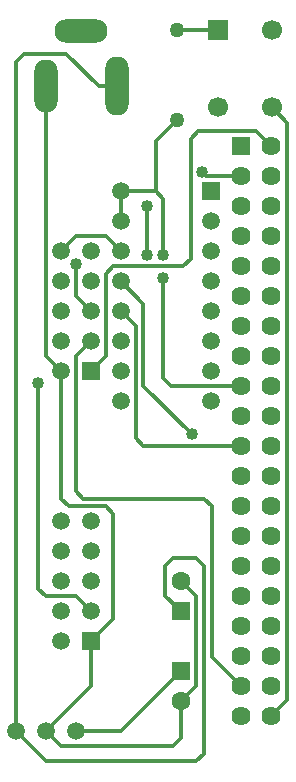
<source format=gbr>
G04 DipTrace 3.2.0.1*
G04 Bottom.gbr*
%MOMM*%
G04 #@! TF.FileFunction,Copper,L2,Bot*
G04 #@! TF.Part,Single*
G04 #@! TA.AperFunction,Conductor*
%ADD13C,0.33*%
G04 #@! TA.AperFunction,ComponentPad*
%ADD14R,1.6X1.6*%
%ADD15C,1.6*%
%ADD16C,1.5*%
%ADD17R,1.5X1.5*%
%ADD18O,2.0X4.5*%
%ADD19O,2.0X5.0*%
%ADD20O,4.5X2.0*%
%ADD21C,1.62*%
%ADD22R,1.62X1.62*%
%ADD23C,1.27*%
%ADD24C,1.27*%
%ADD25R,1.7X1.7*%
%ADD26C,1.7*%
%ADD27C,1.5*%
G04 #@! TA.AperFunction,ViaPad*
%ADD28C,1.016*%
%FSLAX35Y35*%
G04*
G71*
G90*
G75*
G01*
G04 Bottom*
%LPD*%
X2443000Y6207000D2*
D13*
Y6461000D1*
X2736400D1*
Y6881400D1*
X2919250Y7064250D1*
X2802400Y5723201D2*
Y4875999D1*
X2868399Y4810000D1*
X3459000D1*
X2736400Y6461000D2*
X2802400Y6395001D1*
Y5923800D1*
X2443000Y5445000D2*
X2567501Y5320499D1*
Y4367999D1*
X2633500Y4302000D1*
X3459000D1*
X3041681Y4402300D2*
X2633500Y4810480D1*
Y5508500D1*
X2443000Y5699000D1*
X3713000Y6842000D2*
X3582500Y6972500D1*
X3098249D1*
X3032250Y6906501D1*
Y5889500D1*
X2966250Y5823501D1*
X2379503D1*
X2313501Y5757499D1*
Y5061501D1*
X2189000Y4937000D1*
X3459000Y2270000D2*
X3212501Y2516499D1*
Y3791501D1*
X3146501Y3857500D1*
X2125500D1*
X2059501Y3923499D1*
Y5061501D1*
X2189000Y5191000D1*
X1808000Y7350000D2*
Y5064000D1*
X1935000Y4937000D1*
X2951000Y2143000D2*
X3080499Y2272499D1*
Y3029501D1*
X2951000Y3159000D1*
X1808000Y1889000D2*
X1932501Y1764499D1*
X2884998D1*
X2951000Y1830501D1*
Y2143000D1*
X2189000Y2651000D2*
Y2270000D1*
X1808000Y1889000D1*
X1935000Y4937000D2*
Y3857500D1*
X2000999Y3791501D1*
X2313498D1*
X2379500Y3725499D1*
Y2841500D1*
X2189000Y2651000D1*
X2059501Y5840709D2*
Y5574499D1*
X2189000Y5445000D1*
X3132549Y6619801D2*
X3164350Y6588000D1*
X3459000D1*
X2667800Y6334000D2*
Y5923800D1*
X1744500Y4836700D2*
Y3095500D1*
X1810499Y3029501D1*
X2064499D1*
X2189000Y2905000D1*
X1935000Y5953000D2*
X2059501Y6077501D1*
X2318499D1*
X2443000Y5953000D1*
X2951000Y2905000D2*
X2819751Y3036249D1*
Y3288502D1*
X2885750Y3354501D1*
X3080499D1*
X3146501Y3288499D1*
Y1698503D1*
X3080499Y1632501D1*
X1810499D1*
X1554000Y1889000D1*
Y7558501D1*
X1619999Y7624500D1*
X1980380D1*
X2254880Y7350000D1*
X2408000D1*
X2062000Y1889000D2*
X2443000D1*
X2951000Y2397000D1*
X3713000Y2016000D2*
X3853010Y2156010D1*
Y7041740D1*
X3718500Y7176250D1*
X3268500Y7826250D2*
X2919250D1*
D28*
X2802400Y5923800D3*
Y5723201D3*
X3041681Y4402300D3*
X2059501Y5840709D3*
X3132549Y6619801D3*
X2667800Y5923800D3*
Y6334000D3*
X1744500Y4836700D3*
D14*
X2951000Y2397000D3*
D15*
Y2143000D3*
D14*
Y2905000D3*
D15*
Y3159000D3*
D16*
X1935000Y5953000D3*
Y5699000D3*
Y5445000D3*
Y5191000D3*
Y4937000D3*
D17*
X2189000D3*
D16*
Y5191000D3*
Y5445000D3*
Y5699000D3*
Y5953000D3*
X1935000Y3667000D3*
Y3413000D3*
Y3159000D3*
Y2905000D3*
Y2651000D3*
D17*
X2189000D3*
D16*
Y2905000D3*
Y3159000D3*
Y3413000D3*
Y3667000D3*
D18*
X1808000Y7350000D3*
D19*
X2408000D3*
D20*
X2108000Y7820000D3*
D21*
X3713000Y6842000D3*
Y6588000D3*
Y6334000D3*
Y6080000D3*
Y5826000D3*
Y5572000D3*
Y5318000D3*
Y5064000D3*
Y4810000D3*
Y4556000D3*
Y4302000D3*
Y4048000D3*
Y3794000D3*
Y3540000D3*
Y3286000D3*
Y3032000D3*
Y2778000D3*
Y2524000D3*
Y2270000D3*
Y2016000D3*
X3459000D3*
Y2270000D3*
Y2524000D3*
Y2778000D3*
Y3032000D3*
Y3286000D3*
Y3540000D3*
Y3794000D3*
Y4048000D3*
Y4302000D3*
Y4556000D3*
Y4810000D3*
Y5064000D3*
Y5318000D3*
Y5572000D3*
Y5826000D3*
Y6080000D3*
Y6334000D3*
Y6588000D3*
D22*
Y6842000D3*
D23*
X2919250Y7826250D3*
D24*
Y7064250D3*
D25*
X3268500Y7826250D3*
D26*
X3718500D3*
Y7176250D3*
X3268500D3*
D17*
X3205000Y6461000D3*
D27*
Y6207000D3*
Y5953000D3*
Y5699000D3*
Y5445000D3*
Y5191000D3*
Y4937000D3*
Y4683000D3*
X2443000D3*
Y4937000D3*
Y5191000D3*
Y5445000D3*
Y5699000D3*
Y5953000D3*
Y6207000D3*
Y6461000D3*
D16*
X2062000Y1889000D3*
X1808000D3*
X1554000D3*
M02*

</source>
